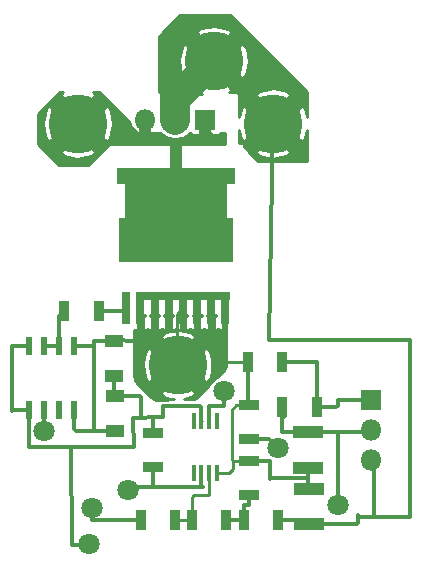
<source format=gtl>
G04 #@! TF.FileFunction,Copper,L1,Top,Signal*
%FSLAX46Y46*%
G04 Gerber Fmt 4.6, Leading zero omitted, Abs format (unit mm)*
G04 Created by KiCad (PCBNEW 4.0.7) date 05/09/18 09:37:36*
%MOMM*%
%LPD*%
G01*
G04 APERTURE LIST*
%ADD10C,0.100000*%
%ADD11C,5.001260*%
%ADD12R,2.500000X1.000000*%
%ADD13R,1.800000X1.800000*%
%ADD14O,1.800000X1.800000*%
%ADD15R,0.900000X1.700000*%
%ADD16R,1.700000X0.900000*%
%ADD17R,0.450000X1.450000*%
%ADD18R,0.600000X1.550000*%
%ADD19R,10.100000X1.400000*%
%ADD20R,8.700000X2.900000*%
%ADD21R,9.700000X3.700000*%
%ADD22R,0.800000X2.800000*%
%ADD23C,1.000000*%
%ADD24R,8.000000X0.800000*%
%ADD25R,1.600000X1.000000*%
%ADD26C,1.800000*%
%ADD27C,2.500000*%
%ADD28C,0.300000*%
%ADD29C,0.250000*%
%ADD30C,1.000000*%
%ADD31C,0.254000*%
G04 APERTURE END LIST*
D10*
D11*
X191600000Y-109700000D03*
X175100000Y-109700000D03*
X186600000Y-104400000D03*
X183548800Y-130133600D03*
D12*
X194627500Y-143613000D03*
X194627500Y-140613000D03*
X194564000Y-135850500D03*
X194564000Y-138850500D03*
D13*
X185877200Y-109372400D03*
D14*
X183337200Y-109372400D03*
X180797200Y-109372400D03*
D15*
X180414000Y-143256000D03*
X183314000Y-143256000D03*
X184732000Y-143256000D03*
X187632000Y-143256000D03*
X192077000Y-143256000D03*
X189177000Y-143256000D03*
D16*
X189611000Y-141150000D03*
X189611000Y-138250000D03*
X181457600Y-135862400D03*
X181457600Y-138762400D03*
X189611000Y-136451000D03*
X189611000Y-133551000D03*
D15*
X176850000Y-125550000D03*
X173950000Y-125550000D03*
X192415500Y-133731000D03*
X195315500Y-133731000D03*
X192394500Y-129857500D03*
X189494500Y-129857500D03*
D17*
X184902200Y-139309200D03*
X185552200Y-139309200D03*
X186202200Y-139309200D03*
X186852200Y-139309200D03*
X186852200Y-134909200D03*
X186202200Y-134909200D03*
X185552200Y-134909200D03*
X184902200Y-134909200D03*
D13*
X199898000Y-133096000D03*
D14*
X199898000Y-135636000D03*
X199898000Y-138176000D03*
D18*
X170995000Y-133975000D03*
X172265000Y-133975000D03*
X173535000Y-133975000D03*
X174805000Y-133975000D03*
X174805000Y-128575000D03*
X173535000Y-128575000D03*
X172265000Y-128575000D03*
X170995000Y-128575000D03*
D19*
X183388000Y-114141200D03*
D20*
X183388000Y-116291200D03*
D21*
X183388000Y-119591200D03*
D22*
X182788000Y-125341200D03*
X183988000Y-125341200D03*
X185188000Y-125341200D03*
X186388000Y-125341200D03*
X187588000Y-125341200D03*
X181588000Y-125341200D03*
X180388000Y-125341200D03*
X179188000Y-125341200D03*
D23*
X179188000Y-120171200D03*
X180388000Y-120171200D03*
X181588000Y-120171200D03*
X182788000Y-120171200D03*
X183988000Y-120171200D03*
X185188000Y-120171200D03*
X186388000Y-120171200D03*
X187588000Y-120171200D03*
X187588000Y-118971200D03*
X186388000Y-118971200D03*
X183988000Y-118971200D03*
X185188000Y-118971200D03*
X182788000Y-118971200D03*
X181588000Y-118971200D03*
X180388000Y-118971200D03*
X179188000Y-118971200D03*
X180388000Y-117771200D03*
X181588000Y-117771200D03*
X182788000Y-117771200D03*
X183988000Y-117771200D03*
X185188000Y-117771200D03*
X186388000Y-117771200D03*
X186388000Y-116571200D03*
X183988000Y-116571200D03*
X185188000Y-116571200D03*
X182788000Y-116571200D03*
X181588000Y-116571200D03*
X180388000Y-116571200D03*
X180388000Y-115371200D03*
X181588000Y-115371200D03*
X182788000Y-115371200D03*
X183988000Y-115371200D03*
X185188000Y-115371200D03*
X186388000Y-115371200D03*
X179188000Y-114071200D03*
X180388000Y-114071200D03*
X181588000Y-114071200D03*
X182788000Y-114071200D03*
X183988000Y-114071200D03*
X185188000Y-114071200D03*
X186388000Y-114071200D03*
X187588000Y-114071200D03*
D24*
X183988000Y-124341200D03*
D25*
X178200000Y-132750000D03*
X178200000Y-135750000D03*
X178175000Y-131075000D03*
X178175000Y-128075000D03*
D26*
X176022000Y-145288000D03*
X197104000Y-141986000D03*
X172250000Y-135750000D03*
X176276000Y-142240000D03*
X187452000Y-132334000D03*
X179324000Y-140716000D03*
X192024000Y-137160000D03*
D27*
X183337200Y-109372400D02*
X183337200Y-107662800D01*
X183337200Y-107662800D02*
X186600000Y-104400000D01*
D28*
X200152000Y-143002000D02*
X200152000Y-138430000D01*
X200152000Y-138430000D02*
X199898000Y-138176000D01*
X194627500Y-143613000D02*
X198731000Y-143613000D01*
X198834000Y-142865100D02*
X198818500Y-142849600D01*
X198834000Y-143510000D02*
X198834000Y-142865100D01*
X198731000Y-143613000D02*
X198834000Y-143510000D01*
X203200000Y-143002000D02*
X200152000Y-143002000D01*
X200152000Y-143002000D02*
X198818500Y-143002000D01*
X203200113Y-128005474D02*
X203200000Y-143002000D01*
X202692000Y-128016000D02*
X203200113Y-128005474D01*
X191300140Y-128000000D02*
X202692000Y-128016000D01*
X191600000Y-109700000D02*
X191300140Y-128000000D01*
X198818500Y-143002000D02*
X198818500Y-142849600D01*
X198818500Y-143002000D02*
X198818500Y-142849600D01*
X192077000Y-143256000D02*
X194270500Y-143256000D01*
X194270500Y-143256000D02*
X194627500Y-143613000D01*
D29*
X194514000Y-143232000D02*
X194490000Y-143256000D01*
D30*
X183388000Y-109423200D02*
X183337200Y-109372400D01*
D28*
X189611000Y-138250000D02*
X191350000Y-138250000D01*
X191500000Y-139700000D02*
X194564000Y-139700000D01*
X191400000Y-139800000D02*
X191500000Y-139700000D01*
X191400000Y-138300000D02*
X191400000Y-139800000D01*
X191350000Y-138250000D02*
X191400000Y-138300000D01*
X181445800Y-130941100D02*
X181498800Y-130888100D01*
X174805000Y-135605000D02*
X174805000Y-133975000D01*
X174950000Y-135750000D02*
X174805000Y-135605000D01*
X176250000Y-135750000D02*
X174950000Y-135750000D01*
X176425000Y-128575000D02*
X176425000Y-135750000D01*
X176425000Y-135750000D02*
X176250000Y-135750000D01*
X174805000Y-128575000D02*
X176425000Y-128575000D01*
X176425000Y-128100000D02*
X178175000Y-128075000D01*
X176425000Y-128575000D02*
X176425000Y-128100000D01*
X178200000Y-128000000D02*
X179950000Y-128075000D01*
X179950000Y-128075000D02*
X180075000Y-127950000D01*
X178200000Y-135750000D02*
X176250000Y-135750000D01*
D29*
X189494500Y-129857500D02*
X187007500Y-129857500D01*
X187007500Y-129857500D02*
X186690000Y-129540000D01*
X183563800Y-129808600D02*
X183515000Y-125814200D01*
X183515000Y-125814200D02*
X183988000Y-125341200D01*
X188237200Y-138250000D02*
X188237200Y-138965600D01*
X187893600Y-139309200D02*
X186852200Y-139309200D01*
X188237200Y-138965600D02*
X187893600Y-139309200D01*
X189611000Y-133551000D02*
X188520600Y-133551000D01*
X188520600Y-133551000D02*
X188112400Y-133959200D01*
X188237200Y-138250000D02*
X189611000Y-138250000D01*
X188112400Y-138125200D02*
X188237200Y-138250000D01*
X188112400Y-133959200D02*
X188112400Y-138125200D01*
X187722800Y-125476000D02*
X187588000Y-125341200D01*
X189494500Y-129857500D02*
X189242700Y-129857500D01*
D28*
X189611000Y-138250000D02*
X189664000Y-138250000D01*
X194564000Y-138850500D02*
X194564000Y-139700000D01*
X194564000Y-139700000D02*
X194564000Y-140549500D01*
X194564000Y-140549500D02*
X194627500Y-140613000D01*
X189494500Y-129857500D02*
X189494500Y-131572000D01*
X189494500Y-131572000D02*
X189494500Y-131762500D01*
X189494500Y-131762500D02*
X189494500Y-133434500D01*
X189494500Y-133434500D02*
X189611000Y-133551000D01*
X189367500Y-129984500D02*
X189494500Y-129857500D01*
X178175000Y-131075000D02*
X178175000Y-132725000D01*
X178175000Y-132725000D02*
X178200000Y-132750000D01*
X170995000Y-128575000D02*
X169525000Y-128575000D01*
X169575000Y-133975000D02*
X170995000Y-133975000D01*
X169500000Y-134050000D02*
X169575000Y-133975000D01*
X169500000Y-128600000D02*
X169500000Y-134050000D01*
X169525000Y-128575000D02*
X169500000Y-128600000D01*
X181457600Y-135862400D02*
X181457600Y-134583592D01*
X181450000Y-134650000D02*
X181450000Y-134583731D01*
X181450000Y-134591192D02*
X181450000Y-134650000D01*
X181457600Y-134583592D02*
X181450000Y-134591192D01*
X178200000Y-132750000D02*
X180375000Y-132750000D01*
X180475000Y-132850000D02*
X180475000Y-134601497D01*
X180375000Y-132750000D02*
X180475000Y-132850000D01*
X174724880Y-137053232D02*
X170928232Y-137053232D01*
X170995000Y-136986464D02*
X170995000Y-133975000D01*
X170928232Y-137053232D02*
X170995000Y-136986464D01*
D29*
X179825003Y-137075000D02*
X179825003Y-137106405D01*
X179825003Y-137106405D02*
X179825003Y-137075000D01*
D28*
X179800000Y-134625000D02*
X179825003Y-137075000D01*
X179825003Y-137075000D02*
X174724880Y-137053232D01*
X174724880Y-137053232D02*
X174570533Y-137052573D01*
X174542933Y-137080173D02*
X174600000Y-145400000D01*
X174570533Y-137052573D02*
X174542933Y-137080173D01*
X174600000Y-145400000D02*
X176022000Y-145288000D01*
X179800000Y-134625000D02*
X180475000Y-134601497D01*
X180475000Y-134601497D02*
X181450000Y-134583731D01*
X181450000Y-134583731D02*
X181724285Y-134578733D01*
X181724285Y-134578733D02*
X182332880Y-134536806D01*
X185552200Y-133725800D02*
X185552200Y-134909200D01*
X185420000Y-133604000D02*
X185552200Y-133725800D01*
X184150000Y-133604000D02*
X185420000Y-133604000D01*
X182324999Y-133649965D02*
X184150000Y-133604000D01*
X182332880Y-134536806D02*
X182324999Y-133649965D01*
X197104000Y-141986000D02*
X197104000Y-135850500D01*
X197104000Y-135850500D02*
X197104000Y-135890000D01*
X197104000Y-135890000D02*
X197104000Y-135850500D01*
X194564000Y-135850500D02*
X197104000Y-135850500D01*
X197104000Y-135850500D02*
X199683500Y-135850500D01*
X199683500Y-135850500D02*
X199898000Y-135636000D01*
D29*
X185580000Y-134881400D02*
X185552200Y-134909200D01*
D28*
X192405000Y-133731000D02*
X192415500Y-133731000D01*
X192415500Y-133731000D02*
X192415500Y-135837000D01*
X192429000Y-135850500D02*
X194564000Y-135850500D01*
X192415500Y-135837000D02*
X192429000Y-135850500D01*
D29*
X192423000Y-134437000D02*
X192532000Y-134546000D01*
D28*
X186207481Y-133600145D02*
X187499855Y-133600145D01*
X187452000Y-133552290D02*
X187452000Y-132334000D01*
X187499855Y-133600145D02*
X187452000Y-133552290D01*
X172265000Y-133975000D02*
X172265000Y-135735000D01*
X172265000Y-135735000D02*
X172250000Y-135750000D01*
X176276000Y-143256000D02*
X180414000Y-143256000D01*
X176276000Y-142240000D02*
X176276000Y-143256000D01*
X186207481Y-133600145D02*
X186182000Y-134889000D01*
X186182000Y-134889000D02*
X186202200Y-134909200D01*
X180276500Y-143256000D02*
X180414000Y-143256000D01*
D29*
X184732000Y-143256000D02*
X184732000Y-141302400D01*
X186202200Y-141091800D02*
X186202200Y-139309200D01*
X186232800Y-141122400D02*
X186202200Y-141091800D01*
X184912000Y-141122400D02*
X186232800Y-141122400D01*
X184732000Y-141302400D02*
X184912000Y-141122400D01*
X184732000Y-143256000D02*
X183314000Y-143256000D01*
D28*
X189177000Y-143256000D02*
X189177000Y-142023000D01*
X189611000Y-141989000D02*
X189611000Y-141150000D01*
X189600000Y-142000000D02*
X189611000Y-141989000D01*
X189200000Y-142000000D02*
X189600000Y-142000000D01*
X189177000Y-142023000D02*
X189200000Y-142000000D01*
X189177000Y-143256000D02*
X187632000Y-143256000D01*
X189611000Y-136451000D02*
X191315000Y-136451000D01*
X179578000Y-140462000D02*
X181559200Y-140462000D01*
X179324000Y-140716000D02*
X179578000Y-140462000D01*
X191315000Y-136451000D02*
X192024000Y-137160000D01*
X181457600Y-138762400D02*
X181457600Y-140360400D01*
X181457600Y-140360400D02*
X181559200Y-140462000D01*
X185552200Y-140340200D02*
X185552200Y-139309200D01*
X181559200Y-140462000D02*
X185674000Y-140462000D01*
X185674000Y-140462000D02*
X185552200Y-140340200D01*
X189611000Y-136451000D02*
X189494500Y-136451000D01*
X173535000Y-128575000D02*
X173535000Y-125965000D01*
X173535000Y-125965000D02*
X173950000Y-125550000D01*
X173535000Y-128575000D02*
X172265000Y-128575000D01*
X195315500Y-133731000D02*
X196977000Y-133731000D01*
X197104000Y-133096000D02*
X199898000Y-133096000D01*
X197104000Y-133604000D02*
X197104000Y-133096000D01*
X196977000Y-133731000D02*
X197104000Y-133604000D01*
X192394500Y-129857500D02*
X195262500Y-129857500D01*
X195315500Y-129910500D02*
X195315500Y-133731000D01*
X195262500Y-129857500D02*
X195315500Y-129910500D01*
X176850000Y-125550000D02*
X178979200Y-125550000D01*
X178979200Y-125550000D02*
X179188000Y-125341200D01*
X179146800Y-125300000D02*
X179188000Y-125341200D01*
D30*
X183400000Y-111400000D02*
X183400000Y-114129200D01*
X183400000Y-114129200D02*
X183388000Y-114141200D01*
X180797200Y-109372400D02*
X180797200Y-110597200D01*
X180797200Y-110597200D02*
X180900000Y-110700000D01*
X185877200Y-109372400D02*
X185877200Y-110877200D01*
X185877200Y-110877200D02*
X185900000Y-110900000D01*
X183388000Y-114141200D02*
X183388000Y-112312000D01*
X183388000Y-112312000D02*
X183400000Y-112300000D01*
D29*
X183388000Y-114141200D02*
X179419200Y-114141200D01*
D31*
G36*
X180761000Y-125964200D02*
X180588000Y-125964200D01*
X180588000Y-127061450D01*
X180694750Y-127168200D01*
X180830056Y-127168200D01*
X180912551Y-127151791D01*
X180988000Y-127120539D01*
X181063449Y-127151791D01*
X181145944Y-127168200D01*
X181281250Y-127168200D01*
X181388000Y-127061450D01*
X181388000Y-125964200D01*
X181215000Y-125964200D01*
X181215000Y-125873000D01*
X181961000Y-125873000D01*
X181961000Y-125964200D01*
X181788000Y-125964200D01*
X181788000Y-127061450D01*
X181894750Y-127168200D01*
X182030056Y-127168200D01*
X182112551Y-127151791D01*
X182188000Y-127120539D01*
X182263449Y-127151791D01*
X182345944Y-127168200D01*
X182481250Y-127168200D01*
X182588000Y-127061450D01*
X182588000Y-125964200D01*
X182415000Y-125964200D01*
X182415000Y-125873000D01*
X183161000Y-125873000D01*
X183161000Y-125964200D01*
X182988000Y-125964200D01*
X182988000Y-127061450D01*
X183094750Y-127168200D01*
X183230056Y-127168200D01*
X183312551Y-127151791D01*
X183388000Y-127120539D01*
X183463449Y-127151791D01*
X183545944Y-127168200D01*
X183681250Y-127168200D01*
X183788000Y-127061450D01*
X183788000Y-125964200D01*
X183615000Y-125964200D01*
X183615000Y-125873000D01*
X184361000Y-125873000D01*
X184361000Y-125964200D01*
X184188000Y-125964200D01*
X184188000Y-127061450D01*
X184294750Y-127168200D01*
X184430056Y-127168200D01*
X184512551Y-127151791D01*
X184588000Y-127120539D01*
X184663449Y-127151791D01*
X184745944Y-127168200D01*
X184881250Y-127168200D01*
X184988000Y-127061450D01*
X184988000Y-125964200D01*
X184815000Y-125964200D01*
X184815000Y-125873000D01*
X185561000Y-125873000D01*
X185561000Y-125964200D01*
X185388000Y-125964200D01*
X185388000Y-127061450D01*
X185494750Y-127168200D01*
X185630056Y-127168200D01*
X185712551Y-127151791D01*
X185788000Y-127120539D01*
X185863449Y-127151791D01*
X185945944Y-127168200D01*
X186081250Y-127168200D01*
X186188000Y-127061450D01*
X186188000Y-125964200D01*
X186015000Y-125964200D01*
X186015000Y-125873000D01*
X186739766Y-125873000D01*
X186761000Y-125875091D01*
X186761000Y-125964200D01*
X186588000Y-125964200D01*
X186588000Y-127061450D01*
X186694750Y-127168200D01*
X186830056Y-127168200D01*
X186912551Y-127151791D01*
X186988000Y-127120539D01*
X187063449Y-127151791D01*
X187145944Y-127168200D01*
X187281250Y-127168200D01*
X187388000Y-127061450D01*
X187388000Y-126159751D01*
X187471362Y-126261328D01*
X187551978Y-126412150D01*
X187601624Y-126575811D01*
X187619000Y-126752234D01*
X187619000Y-130075552D01*
X187601624Y-130251976D01*
X187551978Y-130415637D01*
X187471363Y-130566458D01*
X187358898Y-130703496D01*
X186961493Y-131100901D01*
X186834231Y-131152318D01*
X186616473Y-131294814D01*
X186430540Y-131476894D01*
X186283514Y-131691620D01*
X186218062Y-131844332D01*
X185203496Y-132858898D01*
X185066458Y-132971363D01*
X184962368Y-133027000D01*
X184150000Y-133027000D01*
X184146767Y-133027317D01*
X184143527Y-133027036D01*
X184135472Y-133027183D01*
X184065491Y-133028946D01*
X184613890Y-132875815D01*
X184734706Y-132825771D01*
X185063951Y-132529806D01*
X183548800Y-131014655D01*
X182033649Y-132529806D01*
X182362894Y-132825771D01*
X182910897Y-133005400D01*
X183270911Y-133048958D01*
X182310471Y-133073148D01*
X182261232Y-133079231D01*
X182211848Y-133084168D01*
X182205398Y-133086129D01*
X182198710Y-133086955D01*
X182151570Y-133102493D01*
X182104106Y-133116922D01*
X182100216Y-133119000D01*
X181916448Y-133119000D01*
X181740024Y-133101624D01*
X181576363Y-133051978D01*
X181425542Y-132971363D01*
X181288504Y-132858898D01*
X180934797Y-132505191D01*
X180921914Y-132489395D01*
X180888657Y-132447735D01*
X180884492Y-132443512D01*
X180884422Y-132443426D01*
X180884342Y-132443360D01*
X180883000Y-132441999D01*
X180783001Y-132341999D01*
X180741785Y-132308144D01*
X180716709Y-132287103D01*
X180133102Y-131703496D01*
X180020637Y-131566458D01*
X179940022Y-131415637D01*
X179890376Y-131251976D01*
X179873000Y-131075552D01*
X179873000Y-130068215D01*
X180607731Y-130068215D01*
X180651487Y-130643245D01*
X180806585Y-131198690D01*
X180856629Y-131319506D01*
X181152594Y-131648751D01*
X182667745Y-130133600D01*
X184429855Y-130133600D01*
X185945006Y-131648751D01*
X186240971Y-131319506D01*
X186420600Y-130771503D01*
X186489869Y-130198985D01*
X186446113Y-129623955D01*
X186291015Y-129068510D01*
X186240971Y-128947694D01*
X185945006Y-128618449D01*
X184429855Y-130133600D01*
X182667745Y-130133600D01*
X181152594Y-128618449D01*
X180856629Y-128947694D01*
X180677000Y-129495697D01*
X180607731Y-130068215D01*
X179873000Y-130068215D01*
X179873000Y-127737394D01*
X182033649Y-127737394D01*
X183548800Y-129252545D01*
X185063951Y-127737394D01*
X184734706Y-127441429D01*
X184186703Y-127261800D01*
X183614185Y-127192531D01*
X183039155Y-127236287D01*
X182483710Y-127391385D01*
X182362894Y-127441429D01*
X182033649Y-127737394D01*
X179873000Y-127737394D01*
X179873000Y-127153691D01*
X179945944Y-127168200D01*
X180081250Y-127168200D01*
X180188000Y-127061450D01*
X180188000Y-126080817D01*
X180261328Y-126020638D01*
X180412150Y-125940022D01*
X180575811Y-125890376D01*
X180752234Y-125873000D01*
X180761000Y-125873000D01*
X180761000Y-125964200D01*
X180761000Y-125964200D01*
G37*
X180761000Y-125964200D02*
X180588000Y-125964200D01*
X180588000Y-127061450D01*
X180694750Y-127168200D01*
X180830056Y-127168200D01*
X180912551Y-127151791D01*
X180988000Y-127120539D01*
X181063449Y-127151791D01*
X181145944Y-127168200D01*
X181281250Y-127168200D01*
X181388000Y-127061450D01*
X181388000Y-125964200D01*
X181215000Y-125964200D01*
X181215000Y-125873000D01*
X181961000Y-125873000D01*
X181961000Y-125964200D01*
X181788000Y-125964200D01*
X181788000Y-127061450D01*
X181894750Y-127168200D01*
X182030056Y-127168200D01*
X182112551Y-127151791D01*
X182188000Y-127120539D01*
X182263449Y-127151791D01*
X182345944Y-127168200D01*
X182481250Y-127168200D01*
X182588000Y-127061450D01*
X182588000Y-125964200D01*
X182415000Y-125964200D01*
X182415000Y-125873000D01*
X183161000Y-125873000D01*
X183161000Y-125964200D01*
X182988000Y-125964200D01*
X182988000Y-127061450D01*
X183094750Y-127168200D01*
X183230056Y-127168200D01*
X183312551Y-127151791D01*
X183388000Y-127120539D01*
X183463449Y-127151791D01*
X183545944Y-127168200D01*
X183681250Y-127168200D01*
X183788000Y-127061450D01*
X183788000Y-125964200D01*
X183615000Y-125964200D01*
X183615000Y-125873000D01*
X184361000Y-125873000D01*
X184361000Y-125964200D01*
X184188000Y-125964200D01*
X184188000Y-127061450D01*
X184294750Y-127168200D01*
X184430056Y-127168200D01*
X184512551Y-127151791D01*
X184588000Y-127120539D01*
X184663449Y-127151791D01*
X184745944Y-127168200D01*
X184881250Y-127168200D01*
X184988000Y-127061450D01*
X184988000Y-125964200D01*
X184815000Y-125964200D01*
X184815000Y-125873000D01*
X185561000Y-125873000D01*
X185561000Y-125964200D01*
X185388000Y-125964200D01*
X185388000Y-127061450D01*
X185494750Y-127168200D01*
X185630056Y-127168200D01*
X185712551Y-127151791D01*
X185788000Y-127120539D01*
X185863449Y-127151791D01*
X185945944Y-127168200D01*
X186081250Y-127168200D01*
X186188000Y-127061450D01*
X186188000Y-125964200D01*
X186015000Y-125964200D01*
X186015000Y-125873000D01*
X186739766Y-125873000D01*
X186761000Y-125875091D01*
X186761000Y-125964200D01*
X186588000Y-125964200D01*
X186588000Y-127061450D01*
X186694750Y-127168200D01*
X186830056Y-127168200D01*
X186912551Y-127151791D01*
X186988000Y-127120539D01*
X187063449Y-127151791D01*
X187145944Y-127168200D01*
X187281250Y-127168200D01*
X187388000Y-127061450D01*
X187388000Y-126159751D01*
X187471362Y-126261328D01*
X187551978Y-126412150D01*
X187601624Y-126575811D01*
X187619000Y-126752234D01*
X187619000Y-130075552D01*
X187601624Y-130251976D01*
X187551978Y-130415637D01*
X187471363Y-130566458D01*
X187358898Y-130703496D01*
X186961493Y-131100901D01*
X186834231Y-131152318D01*
X186616473Y-131294814D01*
X186430540Y-131476894D01*
X186283514Y-131691620D01*
X186218062Y-131844332D01*
X185203496Y-132858898D01*
X185066458Y-132971363D01*
X184962368Y-133027000D01*
X184150000Y-133027000D01*
X184146767Y-133027317D01*
X184143527Y-133027036D01*
X184135472Y-133027183D01*
X184065491Y-133028946D01*
X184613890Y-132875815D01*
X184734706Y-132825771D01*
X185063951Y-132529806D01*
X183548800Y-131014655D01*
X182033649Y-132529806D01*
X182362894Y-132825771D01*
X182910897Y-133005400D01*
X183270911Y-133048958D01*
X182310471Y-133073148D01*
X182261232Y-133079231D01*
X182211848Y-133084168D01*
X182205398Y-133086129D01*
X182198710Y-133086955D01*
X182151570Y-133102493D01*
X182104106Y-133116922D01*
X182100216Y-133119000D01*
X181916448Y-133119000D01*
X181740024Y-133101624D01*
X181576363Y-133051978D01*
X181425542Y-132971363D01*
X181288504Y-132858898D01*
X180934797Y-132505191D01*
X180921914Y-132489395D01*
X180888657Y-132447735D01*
X180884492Y-132443512D01*
X180884422Y-132443426D01*
X180884342Y-132443360D01*
X180883000Y-132441999D01*
X180783001Y-132341999D01*
X180741785Y-132308144D01*
X180716709Y-132287103D01*
X180133102Y-131703496D01*
X180020637Y-131566458D01*
X179940022Y-131415637D01*
X179890376Y-131251976D01*
X179873000Y-131075552D01*
X179873000Y-130068215D01*
X180607731Y-130068215D01*
X180651487Y-130643245D01*
X180806585Y-131198690D01*
X180856629Y-131319506D01*
X181152594Y-131648751D01*
X182667745Y-130133600D01*
X184429855Y-130133600D01*
X185945006Y-131648751D01*
X186240971Y-131319506D01*
X186420600Y-130771503D01*
X186489869Y-130198985D01*
X186446113Y-129623955D01*
X186291015Y-129068510D01*
X186240971Y-128947694D01*
X185945006Y-128618449D01*
X184429855Y-130133600D01*
X182667745Y-130133600D01*
X181152594Y-128618449D01*
X180856629Y-128947694D01*
X180677000Y-129495697D01*
X180607731Y-130068215D01*
X179873000Y-130068215D01*
X179873000Y-127737394D01*
X182033649Y-127737394D01*
X183548800Y-129252545D01*
X185063951Y-127737394D01*
X184734706Y-127441429D01*
X184186703Y-127261800D01*
X183614185Y-127192531D01*
X183039155Y-127236287D01*
X182483710Y-127391385D01*
X182362894Y-127441429D01*
X182033649Y-127737394D01*
X179873000Y-127737394D01*
X179873000Y-127153691D01*
X179945944Y-127168200D01*
X180081250Y-127168200D01*
X180188000Y-127061450D01*
X180188000Y-126080817D01*
X180261328Y-126020638D01*
X180412150Y-125940022D01*
X180575811Y-125890376D01*
X180752234Y-125873000D01*
X180761000Y-125873000D01*
X180761000Y-125964200D01*
G36*
X194473000Y-107052606D02*
X194473000Y-109132710D01*
X194385850Y-108628000D01*
X194327913Y-108488126D01*
X194027499Y-108153556D01*
X192481055Y-109700000D01*
X194027499Y-111246444D01*
X194327913Y-110911874D01*
X194473000Y-110268238D01*
X194473000Y-112873000D01*
X190352606Y-112873000D01*
X189607105Y-112127499D01*
X190053556Y-112127499D01*
X190388126Y-112427913D01*
X191524301Y-112684027D01*
X192672000Y-112485850D01*
X192811874Y-112427913D01*
X193146444Y-112127499D01*
X191600000Y-110581055D01*
X190053556Y-112127499D01*
X189607105Y-112127499D01*
X189119495Y-111639889D01*
X189127000Y-111600000D01*
X189127000Y-111500000D01*
X189116994Y-111450590D01*
X189088553Y-111408965D01*
X189046159Y-111381685D01*
X189000000Y-111373000D01*
X188727000Y-111373000D01*
X188727000Y-110267290D01*
X188814150Y-110772000D01*
X188872087Y-110911874D01*
X189172501Y-111246444D01*
X190718945Y-109700000D01*
X189172501Y-108153556D01*
X188872087Y-108488126D01*
X188727000Y-109131762D01*
X188727000Y-107272501D01*
X190053556Y-107272501D01*
X191600000Y-108818945D01*
X193146444Y-107272501D01*
X192811874Y-106972087D01*
X191675699Y-106715973D01*
X190528000Y-106914150D01*
X190388126Y-106972087D01*
X190053556Y-107272501D01*
X188727000Y-107272501D01*
X188727000Y-107200000D01*
X188716994Y-107150590D01*
X188688553Y-107108965D01*
X188646159Y-107081685D01*
X188600000Y-107073000D01*
X187873030Y-107073000D01*
X188146444Y-106827499D01*
X186600000Y-105281055D01*
X185053556Y-106827499D01*
X185388126Y-107127913D01*
X185588141Y-107173000D01*
X182152606Y-107173000D01*
X181927000Y-106947394D01*
X181927000Y-104324301D01*
X183615973Y-104324301D01*
X183814150Y-105472000D01*
X183872087Y-105611874D01*
X184172501Y-105946444D01*
X185718945Y-104400000D01*
X187481055Y-104400000D01*
X189027499Y-105946444D01*
X189327913Y-105611874D01*
X189584027Y-104475699D01*
X189385850Y-103328000D01*
X189327913Y-103188126D01*
X189027499Y-102853556D01*
X187481055Y-104400000D01*
X185718945Y-104400000D01*
X184172501Y-102853556D01*
X183872087Y-103188126D01*
X183615973Y-104324301D01*
X181927000Y-104324301D01*
X181927000Y-102352606D01*
X182307105Y-101972501D01*
X185053556Y-101972501D01*
X186600000Y-103518945D01*
X188146444Y-101972501D01*
X187811874Y-101672087D01*
X186675699Y-101415973D01*
X185528000Y-101614150D01*
X185388126Y-101672087D01*
X185053556Y-101972501D01*
X182307105Y-101972501D01*
X183752606Y-100527000D01*
X187947394Y-100527000D01*
X194473000Y-107052606D01*
X194473000Y-107052606D01*
G37*
X194473000Y-107052606D02*
X194473000Y-109132710D01*
X194385850Y-108628000D01*
X194327913Y-108488126D01*
X194027499Y-108153556D01*
X192481055Y-109700000D01*
X194027499Y-111246444D01*
X194327913Y-110911874D01*
X194473000Y-110268238D01*
X194473000Y-112873000D01*
X190352606Y-112873000D01*
X189607105Y-112127499D01*
X190053556Y-112127499D01*
X190388126Y-112427913D01*
X191524301Y-112684027D01*
X192672000Y-112485850D01*
X192811874Y-112427913D01*
X193146444Y-112127499D01*
X191600000Y-110581055D01*
X190053556Y-112127499D01*
X189607105Y-112127499D01*
X189119495Y-111639889D01*
X189127000Y-111600000D01*
X189127000Y-111500000D01*
X189116994Y-111450590D01*
X189088553Y-111408965D01*
X189046159Y-111381685D01*
X189000000Y-111373000D01*
X188727000Y-111373000D01*
X188727000Y-110267290D01*
X188814150Y-110772000D01*
X188872087Y-110911874D01*
X189172501Y-111246444D01*
X190718945Y-109700000D01*
X189172501Y-108153556D01*
X188872087Y-108488126D01*
X188727000Y-109131762D01*
X188727000Y-107272501D01*
X190053556Y-107272501D01*
X191600000Y-108818945D01*
X193146444Y-107272501D01*
X192811874Y-106972087D01*
X191675699Y-106715973D01*
X190528000Y-106914150D01*
X190388126Y-106972087D01*
X190053556Y-107272501D01*
X188727000Y-107272501D01*
X188727000Y-107200000D01*
X188716994Y-107150590D01*
X188688553Y-107108965D01*
X188646159Y-107081685D01*
X188600000Y-107073000D01*
X187873030Y-107073000D01*
X188146444Y-106827499D01*
X186600000Y-105281055D01*
X185053556Y-106827499D01*
X185388126Y-107127913D01*
X185588141Y-107173000D01*
X182152606Y-107173000D01*
X181927000Y-106947394D01*
X181927000Y-104324301D01*
X183615973Y-104324301D01*
X183814150Y-105472000D01*
X183872087Y-105611874D01*
X184172501Y-105946444D01*
X185718945Y-104400000D01*
X187481055Y-104400000D01*
X189027499Y-105946444D01*
X189327913Y-105611874D01*
X189584027Y-104475699D01*
X189385850Y-103328000D01*
X189327913Y-103188126D01*
X189027499Y-102853556D01*
X187481055Y-104400000D01*
X185718945Y-104400000D01*
X184172501Y-102853556D01*
X183872087Y-103188126D01*
X183615973Y-104324301D01*
X181927000Y-104324301D01*
X181927000Y-102352606D01*
X182307105Y-101972501D01*
X185053556Y-101972501D01*
X186600000Y-103518945D01*
X188146444Y-101972501D01*
X187811874Y-101672087D01*
X186675699Y-101415973D01*
X185528000Y-101614150D01*
X185388126Y-101672087D01*
X185053556Y-101972501D01*
X182307105Y-101972501D01*
X183752606Y-100527000D01*
X187947394Y-100527000D01*
X194473000Y-107052606D01*
G36*
X173553556Y-107272501D02*
X175100000Y-108818945D01*
X176646444Y-107272501D01*
X176373030Y-107027000D01*
X176847394Y-107027000D01*
X179470200Y-109649806D01*
X179470200Y-109995402D01*
X179637097Y-109995402D01*
X179634594Y-110012148D01*
X179761219Y-110201721D01*
X180157446Y-110535045D01*
X180346836Y-110514101D01*
X180352211Y-110517666D01*
X180400000Y-110527000D01*
X181364205Y-110527000D01*
X181436954Y-110535045D01*
X181446517Y-110527000D01*
X182130523Y-110527000D01*
X182151382Y-110558218D01*
X182695440Y-110921746D01*
X183337200Y-111049400D01*
X183978960Y-110921746D01*
X184523018Y-110558218D01*
X184543877Y-110527000D01*
X184627931Y-110527000D01*
X184735324Y-110634393D01*
X184892265Y-110699400D01*
X185320450Y-110699400D01*
X185427200Y-110592650D01*
X185427200Y-110527000D01*
X186327200Y-110527000D01*
X186327200Y-110592650D01*
X186433950Y-110699400D01*
X186862135Y-110699400D01*
X187019076Y-110634393D01*
X187126469Y-110527000D01*
X187573000Y-110527000D01*
X187573000Y-111473000D01*
X177700000Y-111473000D01*
X177650590Y-111483006D01*
X177610197Y-111510197D01*
X175947394Y-113173000D01*
X173452606Y-113173000D01*
X172407105Y-112127499D01*
X173553556Y-112127499D01*
X173888126Y-112427913D01*
X175024301Y-112684027D01*
X176172000Y-112485850D01*
X176311874Y-112427913D01*
X176646444Y-112127499D01*
X175100000Y-110581055D01*
X173553556Y-112127499D01*
X172407105Y-112127499D01*
X171727000Y-111447394D01*
X171727000Y-109624301D01*
X172115973Y-109624301D01*
X172314150Y-110772000D01*
X172372087Y-110911874D01*
X172672501Y-111246444D01*
X174218945Y-109700000D01*
X175981055Y-109700000D01*
X177527499Y-111246444D01*
X177827913Y-110911874D01*
X178084027Y-109775699D01*
X177885850Y-108628000D01*
X177827913Y-108488126D01*
X177527499Y-108153556D01*
X175981055Y-109700000D01*
X174218945Y-109700000D01*
X172672501Y-108153556D01*
X172372087Y-108488126D01*
X172115973Y-109624301D01*
X171727000Y-109624301D01*
X171727000Y-108852606D01*
X173489803Y-107089803D01*
X173517666Y-107047789D01*
X173521578Y-107027000D01*
X173826970Y-107027000D01*
X173553556Y-107272501D01*
X173553556Y-107272501D01*
G37*
X173553556Y-107272501D02*
X175100000Y-108818945D01*
X176646444Y-107272501D01*
X176373030Y-107027000D01*
X176847394Y-107027000D01*
X179470200Y-109649806D01*
X179470200Y-109995402D01*
X179637097Y-109995402D01*
X179634594Y-110012148D01*
X179761219Y-110201721D01*
X180157446Y-110535045D01*
X180346836Y-110514101D01*
X180352211Y-110517666D01*
X180400000Y-110527000D01*
X181364205Y-110527000D01*
X181436954Y-110535045D01*
X181446517Y-110527000D01*
X182130523Y-110527000D01*
X182151382Y-110558218D01*
X182695440Y-110921746D01*
X183337200Y-111049400D01*
X183978960Y-110921746D01*
X184523018Y-110558218D01*
X184543877Y-110527000D01*
X184627931Y-110527000D01*
X184735324Y-110634393D01*
X184892265Y-110699400D01*
X185320450Y-110699400D01*
X185427200Y-110592650D01*
X185427200Y-110527000D01*
X186327200Y-110527000D01*
X186327200Y-110592650D01*
X186433950Y-110699400D01*
X186862135Y-110699400D01*
X187019076Y-110634393D01*
X187126469Y-110527000D01*
X187573000Y-110527000D01*
X187573000Y-111473000D01*
X177700000Y-111473000D01*
X177650590Y-111483006D01*
X177610197Y-111510197D01*
X175947394Y-113173000D01*
X173452606Y-113173000D01*
X172407105Y-112127499D01*
X173553556Y-112127499D01*
X173888126Y-112427913D01*
X175024301Y-112684027D01*
X176172000Y-112485850D01*
X176311874Y-112427913D01*
X176646444Y-112127499D01*
X175100000Y-110581055D01*
X173553556Y-112127499D01*
X172407105Y-112127499D01*
X171727000Y-111447394D01*
X171727000Y-109624301D01*
X172115973Y-109624301D01*
X172314150Y-110772000D01*
X172372087Y-110911874D01*
X172672501Y-111246444D01*
X174218945Y-109700000D01*
X175981055Y-109700000D01*
X177527499Y-111246444D01*
X177827913Y-110911874D01*
X178084027Y-109775699D01*
X177885850Y-108628000D01*
X177827913Y-108488126D01*
X177527499Y-108153556D01*
X175981055Y-109700000D01*
X174218945Y-109700000D01*
X172672501Y-108153556D01*
X172372087Y-108488126D01*
X172115973Y-109624301D01*
X171727000Y-109624301D01*
X171727000Y-108852606D01*
X173489803Y-107089803D01*
X173517666Y-107047789D01*
X173521578Y-107027000D01*
X173826970Y-107027000D01*
X173553556Y-107272501D01*
M02*

</source>
